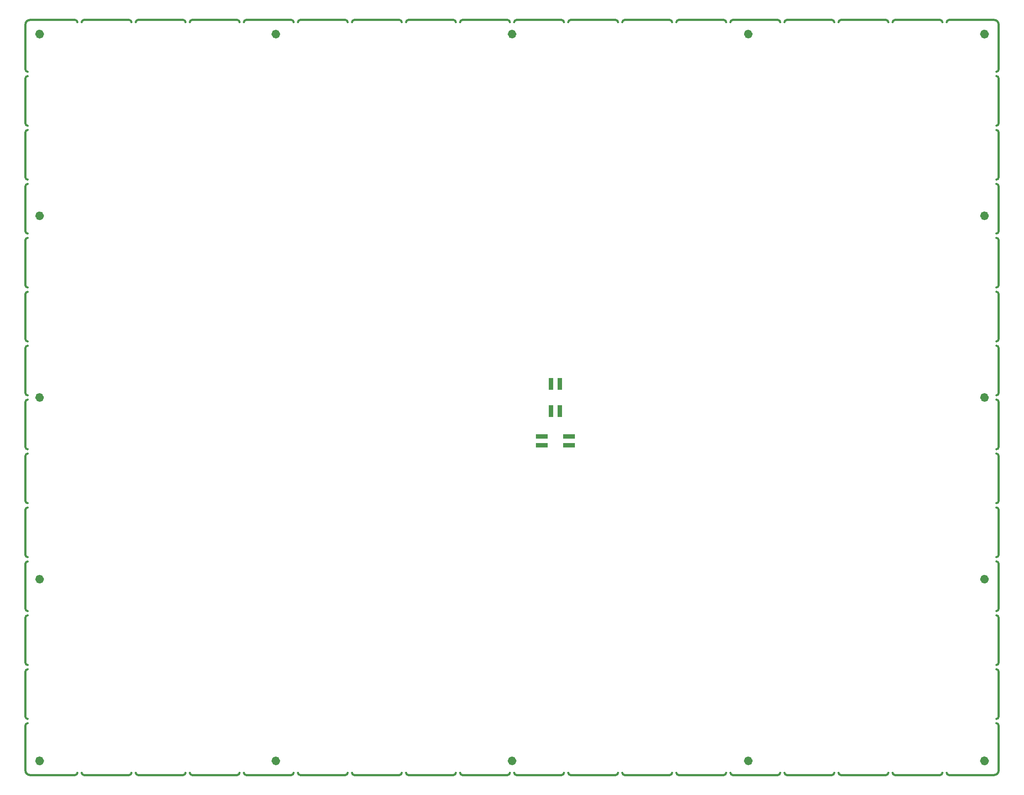
<source format=gbp>
G04 #@! TF.GenerationSoftware,KiCad,Pcbnew,7.0.5.1-1-g8f565ef7f0-dirty-deb11*
G04 #@! TF.CreationDate,2023-06-03T12:24:45+00:00*
G04 #@! TF.ProjectId,stencil,7374656e-6369-46c2-9e6b-696361645f70,1.0.0*
G04 #@! TF.SameCoordinates,Original*
G04 #@! TF.FileFunction,Paste,Bot*
G04 #@! TF.FilePolarity,Positive*
%FSLAX46Y46*%
G04 Gerber Fmt 4.6, Leading zero omitted, Abs format (unit mm)*
G04 Created by KiCad (PCBNEW 7.0.5.1-1-g8f565ef7f0-dirty-deb11) date 2023-06-03 12:24:45*
%MOMM*%
%LPD*%
G01*
G04 APERTURE LIST*
%ADD10C,0.500000*%
%ADD11C,1.050000*%
%ADD12C,1.000000*%
%ADD13R,1.000000X2.750000*%
%ADD14R,2.750000X1.000000*%
G04 APERTURE END LIST*
D10*
X23888884Y-86999984D02*
G75*
G03*
X24388884Y-86500000I16J499984D01*
G01*
X-11944400Y-86500000D02*
G75*
G03*
X-11444448Y-87000000I500000J0D01*
G01*
X-24388900Y-86500000D02*
G75*
G03*
X-23888892Y-87000000I500000J0D01*
G01*
X112000029Y73571429D02*
G75*
G03*
X111500000Y74071429I-500029J-29D01*
G01*
X112000045Y23857145D02*
G75*
G03*
X111500000Y24357145I-500045J-45D01*
G01*
X111500000Y62642900D02*
G75*
G03*
X112000000Y63142858I0J500000D01*
G01*
X-11444448Y87000048D02*
G75*
G03*
X-11944448Y86500000I48J-500048D01*
G01*
X999996Y87000004D02*
G75*
G03*
X499996Y86500000I4J-500004D01*
G01*
D11*
X109275000Y-83750000D02*
G75*
G03*
X109275000Y-83750000I-525000J0D01*
G01*
X-108225000Y83750000D02*
G75*
G03*
X-108225000Y83750000I-525000J0D01*
G01*
D12*
X-108250000Y-41875000D02*
G75*
G03*
X-108250000Y-41875000I-500000J0D01*
G01*
D10*
X-86111112Y-87000000D02*
X-75666668Y-87000000D01*
D12*
X-53875000Y83750000D02*
G75*
G03*
X-53875000Y83750000I-500000J0D01*
G01*
D10*
X111500000Y-49214300D02*
G75*
G03*
X112000000Y-48714281I0J500000D01*
G01*
X-112000000Y61142858D02*
X-112000000Y50714287D01*
D12*
X-108250000Y0D02*
G75*
G03*
X-108250000Y0I-500000J0D01*
G01*
D10*
X-62722200Y86500000D02*
G75*
G03*
X-63222224Y87000000I-500000J0D01*
G01*
X-112000000Y75571429D02*
G75*
G03*
X-111500000Y75071429I500001J1D01*
G01*
X-112000000Y13428574D02*
G75*
G03*
X-111500000Y12928574I500001J1D01*
G01*
X999996Y-87000000D02*
X11444440Y-87000000D01*
D12*
X54875000Y83750000D02*
G75*
G03*
X54875000Y83750000I-500000J0D01*
G01*
D11*
X109275000Y83750000D02*
G75*
G03*
X109275000Y83750000I-525000J0D01*
G01*
D10*
X111999958Y61142858D02*
G75*
G03*
X111500000Y61642858I-499958J42D01*
G01*
X-500000Y86500000D02*
G75*
G03*
X-1000004Y87000000I-500000J0D01*
G01*
X48777772Y-86999972D02*
G75*
G03*
X49277772Y-86500000I28J499972D01*
G01*
X111999987Y48714287D02*
G75*
G03*
X111500000Y49214287I-499987J13D01*
G01*
X-112000000Y25857145D02*
G75*
G03*
X-111500000Y25357145I500001J1D01*
G01*
X50777772Y-87000000D02*
X61222216Y-87000000D01*
X112000048Y-63142852D02*
G75*
G03*
X111500000Y-62642852I-500048J-48D01*
G01*
X-61722200Y-86500000D02*
G75*
G03*
X-61222224Y-87000000I500000J0D01*
G01*
X-111500000Y-25357139D02*
G75*
G03*
X-112000000Y-25857139I1J-500001D01*
G01*
X-86111112Y87000000D02*
G75*
G03*
X-86611112Y86500000I1J-500001D01*
G01*
X36333328Y-87000028D02*
G75*
G03*
X36833328Y-86500000I-28J500028D01*
G01*
X-111500000Y-499997D02*
G75*
G03*
X-112000000Y-999997I1J-500001D01*
G01*
X-112000000Y-86000000D02*
G75*
G03*
X-111000000Y-87000000I999999J-1D01*
G01*
X61722200Y86500000D02*
G75*
G03*
X61222216Y87000000I-500000J0D01*
G01*
X-112000000Y-13428568D02*
X-112000000Y-23857139D01*
X63222216Y86999984D02*
G75*
G03*
X62722216Y86500000I-16J-499984D01*
G01*
X111500000Y-24357100D02*
G75*
G03*
X112000000Y-23857139I0J500000D01*
G01*
X-88111112Y-87000000D02*
G75*
G03*
X-87611112Y-86500000I-1J500001D01*
G01*
X25388900Y-86500000D02*
G75*
G03*
X25888884Y-87000000I500000J0D01*
G01*
X13444440Y87000000D02*
X23888884Y87000000D01*
X-112000000Y36285716D02*
X-112000000Y25857145D01*
X98555548Y-87000048D02*
G75*
G03*
X99055548Y-86500000I-48J500048D01*
G01*
X111000000Y-87000000D02*
G75*
G03*
X112000000Y-86000000I0J1000000D01*
G01*
X100555548Y87000000D02*
X110999992Y87000000D01*
X100555548Y86999952D02*
G75*
G03*
X100055548Y86500000I-48J-499952D01*
G01*
X-86611112Y-86500000D02*
G75*
G03*
X-86111112Y-87000000I500001J1D01*
G01*
X25888884Y87000000D02*
X36333328Y87000000D01*
X-23888892Y87000000D02*
X-13444448Y87000000D01*
X100055500Y-86500000D02*
G75*
G03*
X100555548Y-87000000I500000J0D01*
G01*
X50777772Y87000000D02*
X61222216Y87000000D01*
X-111500000Y11928574D02*
G75*
G03*
X-112000000Y11428574I1J-500001D01*
G01*
X112000000Y36285716D02*
X112000000Y25857145D01*
X-112000000Y23857145D02*
X-112000000Y13428574D01*
X-112000000Y-48714281D02*
G75*
G03*
X-111500000Y-49214281I500001J1D01*
G01*
X-36333336Y-87000000D02*
X-25888892Y-87000000D01*
X36833300Y86500000D02*
G75*
G03*
X36333328Y87000000I-500000J0D01*
G01*
X-112000000Y38285716D02*
G75*
G03*
X-111500000Y37785716I500001J1D01*
G01*
X-111500000Y-50214281D02*
G75*
G03*
X-112000000Y-50714281I1J-500001D01*
G01*
D12*
X-53875000Y-83750000D02*
G75*
G03*
X-53875000Y-83750000I-500000J0D01*
G01*
D10*
X-112000000Y48714287D02*
X-112000000Y38285716D01*
X88111104Y-87000000D02*
X98555548Y-87000000D01*
X88111104Y86999996D02*
G75*
G03*
X87611104Y86500000I-4J-499996D01*
G01*
X111999974Y11428574D02*
G75*
G03*
X111500000Y11928574I-499974J26D01*
G01*
X-111500000Y-62642852D02*
G75*
G03*
X-112000000Y-63142852I1J-500001D01*
G01*
X-112000000Y-73571423D02*
G75*
G03*
X-111500000Y-74071423I500001J1D01*
G01*
X-111000000Y87000000D02*
G75*
G03*
X-112000000Y86000000I-1J-999999D01*
G01*
X-75666668Y-87000002D02*
G75*
G03*
X-75166668Y-86500000I-2J500002D01*
G01*
X-50777780Y-87000020D02*
G75*
G03*
X-50277780Y-86500000I-20J500020D01*
G01*
X-112000000Y-50714281D02*
X-112000000Y-61142852D01*
X111999961Y-25857139D02*
G75*
G03*
X111500000Y-25357139I-499961J39D01*
G01*
D12*
X109250000Y0D02*
G75*
G03*
X109250000Y0I-500000J0D01*
G01*
D10*
X-111500000Y-12928568D02*
G75*
G03*
X-112000000Y-13428568I1J-500001D01*
G01*
X112000000Y48714287D02*
X112000000Y38285716D01*
X24388900Y86500000D02*
G75*
G03*
X23888884Y87000000I-500000J0D01*
G01*
X-73666668Y-87000000D02*
X-63222224Y-87000000D01*
D12*
X109250000Y-41875000D02*
G75*
G03*
X109250000Y-41875000I-500000J0D01*
G01*
D10*
X-74166700Y-86500000D02*
G75*
G03*
X-73666668Y-87000000I500000J0D01*
G01*
X500000Y-86500000D02*
G75*
G03*
X999996Y-87000000I500000J0D01*
G01*
X111999990Y-38285710D02*
G75*
G03*
X111500000Y-37785710I-499990J10D01*
G01*
X111500000Y50214300D02*
G75*
G03*
X112000000Y50714287I0J500000D01*
G01*
X-25388900Y86500000D02*
G75*
G03*
X-25888892Y87000000I-500000J0D01*
G01*
X-50277800Y86500000D02*
G75*
G03*
X-50777780Y87000000I-500000J0D01*
G01*
X-111000000Y87000000D02*
X-100555556Y87000000D01*
X-100055556Y86500000D02*
G75*
G03*
X-100555556Y87000000I-500001J-1D01*
G01*
X50277800Y-86500000D02*
G75*
G03*
X50777772Y-87000000I500000J0D01*
G01*
X-48777780Y-87000000D02*
X-38333336Y-87000000D01*
X13444440Y86999960D02*
G75*
G03*
X12944440Y86500000I-40J-499960D01*
G01*
X61222216Y-87000016D02*
G75*
G03*
X61722216Y-86500000I-16J500016D01*
G01*
X-112000000Y-999997D02*
X-112000000Y-11428568D01*
X-11444448Y-87000000D02*
X-1000004Y-87000000D01*
D12*
X500000Y83750000D02*
G75*
G03*
X500000Y83750000I-500000J0D01*
G01*
D10*
X74166700Y86500000D02*
G75*
G03*
X73666660Y87000000I-500000J0D01*
G01*
X-25888892Y-87000008D02*
G75*
G03*
X-25388892Y-86500000I-8J500008D01*
G01*
X25888884Y87000016D02*
G75*
G03*
X25388884Y86500000I16J-500016D01*
G01*
X-75166670Y86500000D02*
G75*
G03*
X-75666668Y87000000I-500000J0D01*
G01*
X73666660Y-86999960D02*
G75*
G03*
X74166660Y-86500000I40J499960D01*
G01*
X12944400Y-86500000D02*
G75*
G03*
X13444440Y-87000000I500000J0D01*
G01*
X-111500000Y-75071423D02*
G75*
G03*
X-112000000Y-75571423I1J-500001D01*
G01*
D12*
X54875000Y-83750000D02*
G75*
G03*
X54875000Y-83750000I-500000J0D01*
G01*
D10*
X111500000Y75071400D02*
G75*
G03*
X112000000Y75571429I0J500000D01*
G01*
X111500000Y37785700D02*
G75*
G03*
X112000000Y38285716I0J500000D01*
G01*
X-12944400Y86500000D02*
G75*
G03*
X-13444448Y87000000I-500000J0D01*
G01*
X112000000Y73571429D02*
X112000000Y63142858D01*
X-23888892Y-87000000D02*
X-13444448Y-87000000D01*
X25888884Y-87000000D02*
X36333328Y-87000000D01*
X-73666668Y87000000D02*
X-63222224Y87000000D01*
X112000000Y-63142852D02*
X112000000Y-73571423D01*
X112000000Y-13428568D02*
X112000000Y-23857139D01*
X-111500000Y24357145D02*
G75*
G03*
X-112000000Y23857145I1J-500001D01*
G01*
X999996Y87000000D02*
X11444440Y87000000D01*
X112000000Y-38285710D02*
X112000000Y-48714281D01*
X112000000Y86000000D02*
G75*
G03*
X111000000Y87000000I-1000000J0D01*
G01*
X112000000Y86000000D02*
X112000000Y75571429D01*
X-100555556Y-87000000D02*
G75*
G03*
X-100055556Y-86500000I-1J500001D01*
G01*
X86111104Y-87000004D02*
G75*
G03*
X86611104Y-86500000I-4J500004D01*
G01*
X63222216Y-87000000D02*
X73666660Y-87000000D01*
X-98555556Y87000000D02*
G75*
G03*
X-99055556Y86500000I1J-500001D01*
G01*
X112000019Y-50714281D02*
G75*
G03*
X111500000Y-50214281I-500019J-19D01*
G01*
X100555548Y-87000000D02*
X110999992Y-87000000D01*
X-23888892Y86999992D02*
G75*
G03*
X-24388892Y86500000I-8J-499992D01*
G01*
X-61222224Y87000024D02*
G75*
G03*
X-61722224Y86500000I24J-500024D01*
G01*
X-36333336Y87000036D02*
G75*
G03*
X-36833336Y86500000I36J-500036D01*
G01*
X-37833300Y86500000D02*
G75*
G03*
X-38333336Y87000000I-500000J0D01*
G01*
X49277800Y86500000D02*
G75*
G03*
X48777772Y87000000I-500000J0D01*
G01*
X-111500000Y-37785710D02*
G75*
G03*
X-112000000Y-38285710I1J-500001D01*
G01*
X-112000000Y11428574D02*
X-112000000Y1000003D01*
X-87611112Y86500000D02*
G75*
G03*
X-88111112Y87000000I-500001J-1D01*
G01*
X112000000Y61142858D02*
X112000000Y50714287D01*
X62722200Y-86500000D02*
G75*
G03*
X63222216Y-87000000I500000J0D01*
G01*
X-99055556Y-86500000D02*
G75*
G03*
X-98555556Y-87000000I500001J1D01*
G01*
X86611100Y86500000D02*
G75*
G03*
X86111104Y87000000I-500000J0D01*
G01*
X75666660Y87000040D02*
G75*
G03*
X75166660Y86500000I40J-500040D01*
G01*
X63222216Y87000000D02*
X73666660Y87000000D01*
X-111500000Y49214287D02*
G75*
G03*
X-112000000Y48714287I1J-500001D01*
G01*
X-86111112Y87000000D02*
X-75666668Y87000000D01*
X-112000000Y-38285710D02*
X-112000000Y-48714281D01*
X111500000Y12928600D02*
G75*
G03*
X112000000Y13428574I0J500000D01*
G01*
X-13444448Y-86999952D02*
G75*
G03*
X-12944448Y-86500000I48J499952D01*
G01*
X-73666668Y86999968D02*
G75*
G03*
X-74166668Y86500000I-32J-499968D01*
G01*
D11*
X-108225000Y-83750000D02*
G75*
G03*
X-108225000Y-83750000I-525000J0D01*
G01*
D10*
X75166700Y-86500000D02*
G75*
G03*
X75666660Y-87000000I500000J0D01*
G01*
X-112000000Y50714287D02*
G75*
G03*
X-111500000Y50214287I500001J1D01*
G01*
X111999977Y-75571423D02*
G75*
G03*
X111500000Y-75071423I-499977J23D01*
G01*
X112000000Y-75571423D02*
X112000000Y-85999994D01*
X-11444448Y87000000D02*
X-1000004Y87000000D01*
X-111500000Y74071429D02*
G75*
G03*
X-112000000Y73571429I1J-500001D01*
G01*
D12*
X-108250000Y41875000D02*
G75*
G03*
X-108250000Y41875000I-500000J0D01*
G01*
D10*
X111500000Y-74071400D02*
G75*
G03*
X112000000Y-73571423I0J500000D01*
G01*
X11944400Y86500000D02*
G75*
G03*
X11444440Y87000000I-500000J0D01*
G01*
X13444440Y-87000000D02*
X23888884Y-87000000D01*
X111500000Y-11928600D02*
G75*
G03*
X112000000Y-11428568I0J500000D01*
G01*
X-111000000Y-87000000D02*
X-100555556Y-87000000D01*
X-112000000Y63142858D02*
G75*
G03*
X-111500000Y62642858I500001J1D01*
G01*
X-48777780Y87000000D02*
X-38333336Y87000000D01*
X99055500Y86500000D02*
G75*
G03*
X98555548Y87000000I-500000J0D01*
G01*
X-36833300Y-86500000D02*
G75*
G03*
X-36333336Y-87000000I500000J0D01*
G01*
X-36333336Y87000000D02*
X-25888892Y87000000D01*
X-112000000Y-25857139D02*
X-112000000Y-36285710D01*
X111500000Y500000D02*
G75*
G03*
X112000000Y1000003I0J500000D01*
G01*
D12*
X109250000Y41875000D02*
G75*
G03*
X109250000Y41875000I-500000J0D01*
G01*
D10*
X-112000000Y-36285710D02*
G75*
G03*
X-111500000Y-36785710I500001J1D01*
G01*
X87611100Y-86500000D02*
G75*
G03*
X88111104Y-87000000I500000J0D01*
G01*
X112000000Y-999997D02*
X112000000Y-11428568D01*
X-61222224Y87000000D02*
X-50777780Y87000000D01*
X-61222224Y-87000000D02*
X-50777780Y-87000000D01*
X111500000Y25357100D02*
G75*
G03*
X112000000Y25857145I0J500000D01*
G01*
X37833300Y-86500000D02*
G75*
G03*
X38333328Y-87000000I500000J0D01*
G01*
X-38333336Y-86999964D02*
G75*
G03*
X-37833336Y-86500000I36J499964D01*
G01*
X-111500000Y61642858D02*
G75*
G03*
X-112000000Y61142858I1J-500001D01*
G01*
X-111500000Y36785716D02*
G75*
G03*
X-112000000Y36285716I1J-500001D01*
G01*
X38333328Y-87000000D02*
X48777772Y-87000000D01*
X11444440Y-87000040D02*
G75*
G03*
X11944440Y-86500000I-40J500040D01*
G01*
X50777772Y87000028D02*
G75*
G03*
X50277772Y86500000I28J-500028D01*
G01*
X112000000Y23857145D02*
X112000000Y13428574D01*
X-98555556Y-87000000D02*
X-88111112Y-87000000D01*
X-112000000Y86000000D02*
X-112000000Y75571429D01*
X112000016Y36285716D02*
G75*
G03*
X111500000Y36785716I-500016J-16D01*
G01*
X-112000000Y73571429D02*
X-112000000Y63142858D01*
X88111104Y87000000D02*
X98555548Y87000000D01*
D12*
X500000Y-83750000D02*
G75*
G03*
X500000Y-83750000I-500000J0D01*
G01*
D10*
X112000000Y-50714281D02*
X112000000Y-61142852D01*
X-112000000Y1000003D02*
G75*
G03*
X-111500000Y500003I500001J1D01*
G01*
X-63222224Y-86999976D02*
G75*
G03*
X-62722224Y-86500000I24J499976D01*
G01*
X112000003Y-999997D02*
G75*
G03*
X111500000Y-499997I-500003J-3D01*
G01*
X38333328Y86999972D02*
G75*
G03*
X37833328Y86500000I-28J-499972D01*
G01*
X-112000000Y-11428568D02*
G75*
G03*
X-111500000Y-11928568I500001J1D01*
G01*
X112000000Y11428574D02*
X112000000Y1000003D01*
X-49277800Y-86500000D02*
G75*
G03*
X-48777780Y-87000000I500000J0D01*
G01*
X-48777780Y86999980D02*
G75*
G03*
X-49277780Y86500000I-20J-499980D01*
G01*
X-112000000Y-61142852D02*
G75*
G03*
X-111500000Y-61642852I500001J1D01*
G01*
X111500000Y-36785700D02*
G75*
G03*
X112000000Y-36285710I0J500000D01*
G01*
X112000032Y-13428568D02*
G75*
G03*
X111500000Y-12928568I-500032J-32D01*
G01*
X38333328Y87000000D02*
X48777772Y87000000D01*
X-1000004Y-86999996D02*
G75*
G03*
X-500004Y-86500000I4J499996D01*
G01*
X-112000000Y-75571423D02*
X-112000000Y-85999994D01*
X-98555556Y87000000D02*
X-88111112Y87000000D01*
X75666660Y87000000D02*
X86111104Y87000000D01*
X-112000000Y-63142852D02*
X-112000000Y-73571423D01*
X111500000Y-61642900D02*
G75*
G03*
X112000000Y-61142852I0J500000D01*
G01*
X-112000000Y-23857139D02*
G75*
G03*
X-111500000Y-24357139I500001J1D01*
G01*
X112000000Y-25857139D02*
X112000000Y-36285710D01*
X75666660Y-87000000D02*
X86111104Y-87000000D01*
D13*
G04 #@! TO.C,J1*
X11000000Y3125000D03*
X11000000Y-3125000D03*
X9000000Y3125000D03*
X9000000Y-3125000D03*
G04 #@! TD*
D14*
G04 #@! TO.C,J2*
X13125000Y-11000000D03*
X6875000Y-11000000D03*
X13125000Y-9000000D03*
X6875000Y-9000000D03*
G04 #@! TD*
M02*

</source>
